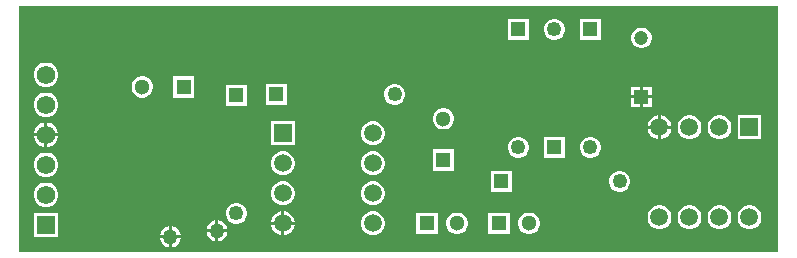
<source format=gbl>
G04*
G04 #@! TF.GenerationSoftware,Altium Limited,Altium Designer,23.11.1 (41)*
G04*
G04 Layer_Physical_Order=2*
G04 Layer_Color=16711680*
%FSLAX25Y25*%
%MOIN*%
G70*
G04*
G04 #@! TF.SameCoordinates,116AF878-A71F-484F-92B7-8D16203D6036*
G04*
G04*
G04 #@! TF.FilePolarity,Positive*
G04*
G01*
G75*
%ADD18C,0.04921*%
%ADD19R,0.04921X0.04921*%
%ADD24R,0.05118X0.05118*%
%ADD25C,0.05118*%
%ADD26R,0.04724X0.04724*%
%ADD27C,0.04724*%
%ADD28R,0.04921X0.04921*%
%ADD30R,0.05118X0.05118*%
%ADD31C,0.06181*%
%ADD32R,0.06181X0.06181*%
%ADD38C,0.05906*%
%ADD39R,0.05906X0.05906*%
%ADD40R,0.05906X0.05906*%
%ADD41C,0.05000*%
G36*
X353000Y100000D02*
X100000D01*
Y182000D01*
X353000D01*
Y100000D01*
D02*
G37*
%LPC*%
G36*
X293961Y177646D02*
X287039D01*
Y170724D01*
X293961D01*
Y177646D01*
D02*
G37*
G36*
X278956D02*
X278044D01*
X277164Y177410D01*
X276375Y176954D01*
X275731Y176310D01*
X275275Y175521D01*
X275039Y174641D01*
Y173729D01*
X275275Y172849D01*
X275731Y172060D01*
X276375Y171416D01*
X277164Y170960D01*
X278044Y170724D01*
X278956D01*
X279836Y170960D01*
X280625Y171416D01*
X281269Y172060D01*
X281725Y172849D01*
X281961Y173729D01*
Y174641D01*
X281725Y175521D01*
X281269Y176310D01*
X280625Y176954D01*
X279836Y177410D01*
X278956Y177646D01*
D02*
G37*
G36*
X269961D02*
X263039D01*
Y170724D01*
X269961D01*
Y177646D01*
D02*
G37*
G36*
X307943Y174705D02*
X307057D01*
X306202Y174476D01*
X305436Y174033D01*
X304810Y173407D01*
X304367Y172640D01*
X304138Y171785D01*
Y170900D01*
X304367Y170045D01*
X304810Y169278D01*
X305436Y168652D01*
X306202Y168209D01*
X307057Y167980D01*
X307943D01*
X308798Y168209D01*
X309564Y168652D01*
X310190Y169278D01*
X310633Y170045D01*
X310862Y170900D01*
Y171785D01*
X310633Y172640D01*
X310190Y173407D01*
X309564Y174033D01*
X308798Y174476D01*
X307943Y174705D01*
D02*
G37*
G36*
X109538Y163091D02*
X108461D01*
X107421Y162812D01*
X106488Y162273D01*
X105727Y161512D01*
X105188Y160579D01*
X104909Y159538D01*
Y158461D01*
X105188Y157421D01*
X105727Y156488D01*
X106488Y155727D01*
X107421Y155188D01*
X108461Y154909D01*
X109538D01*
X110579Y155188D01*
X111512Y155727D01*
X112273Y156488D01*
X112812Y157421D01*
X113091Y158461D01*
Y159538D01*
X112812Y160579D01*
X112273Y161512D01*
X111512Y162273D01*
X110579Y162812D01*
X109538Y163091D01*
D02*
G37*
G36*
X310862Y155020D02*
X308000D01*
Y152157D01*
X310862D01*
Y155020D01*
D02*
G37*
G36*
X307000D02*
X304138D01*
Y152157D01*
X307000D01*
Y155020D01*
D02*
G37*
G36*
X158449Y158559D02*
X151331D01*
Y151441D01*
X158449D01*
Y158559D01*
D02*
G37*
G36*
X141579D02*
X140642D01*
X139736Y158317D01*
X138925Y157848D01*
X138262Y157185D01*
X137794Y156374D01*
X137551Y155469D01*
Y154531D01*
X137794Y153626D01*
X138262Y152815D01*
X138925Y152152D01*
X139736Y151683D01*
X140642Y151441D01*
X141579D01*
X142484Y151683D01*
X143296Y152152D01*
X143958Y152815D01*
X144427Y153626D01*
X144669Y154531D01*
Y155469D01*
X144427Y156374D01*
X143958Y157185D01*
X143296Y157848D01*
X142484Y158317D01*
X141579Y158559D01*
D02*
G37*
G36*
X225641Y155961D02*
X224729D01*
X223849Y155725D01*
X223060Y155269D01*
X222416Y154625D01*
X221960Y153836D01*
X221724Y152956D01*
Y152044D01*
X221960Y151164D01*
X222416Y150375D01*
X223060Y149731D01*
X223849Y149275D01*
X224729Y149039D01*
X225641D01*
X226521Y149275D01*
X227310Y149731D01*
X227954Y150375D01*
X228410Y151164D01*
X228646Y152044D01*
Y152956D01*
X228410Y153836D01*
X227954Y154625D01*
X227310Y155269D01*
X226521Y155725D01*
X225641Y155961D01*
D02*
G37*
G36*
X189276D02*
X182354D01*
Y149039D01*
X189276D01*
Y155961D01*
D02*
G37*
G36*
X175961Y155646D02*
X169039D01*
Y148724D01*
X175961D01*
Y155646D01*
D02*
G37*
G36*
X310862Y151157D02*
X308000D01*
Y148295D01*
X310862D01*
Y151157D01*
D02*
G37*
G36*
X307000D02*
X304138D01*
Y148295D01*
X307000D01*
Y151157D01*
D02*
G37*
G36*
X109538Y153091D02*
X108461D01*
X107421Y152812D01*
X106488Y152273D01*
X105727Y151512D01*
X105188Y150579D01*
X104909Y149539D01*
Y148461D01*
X105188Y147421D01*
X105727Y146488D01*
X106488Y145727D01*
X107421Y145188D01*
X108461Y144909D01*
X109538D01*
X110579Y145188D01*
X111512Y145727D01*
X112273Y146488D01*
X112812Y147421D01*
X113091Y148461D01*
Y149539D01*
X112812Y150579D01*
X112273Y151512D01*
X111512Y152273D01*
X110579Y152812D01*
X109538Y153091D01*
D02*
G37*
G36*
X314020Y145453D02*
X314000D01*
Y142000D01*
X317453D01*
Y142020D01*
X317183Y143026D01*
X316663Y143927D01*
X315927Y144663D01*
X315026Y145183D01*
X314020Y145453D01*
D02*
G37*
G36*
X313000D02*
X312980D01*
X311974Y145183D01*
X311073Y144663D01*
X310337Y143927D01*
X309817Y143026D01*
X309547Y142020D01*
Y142000D01*
X313000D01*
Y145453D01*
D02*
G37*
G36*
X241969Y147949D02*
X241031D01*
X240126Y147706D01*
X239315Y147238D01*
X238652Y146575D01*
X238183Y145764D01*
X237941Y144858D01*
Y143921D01*
X238183Y143016D01*
X238652Y142204D01*
X239315Y141542D01*
X240126Y141073D01*
X241031Y140831D01*
X241969D01*
X242874Y141073D01*
X243685Y141542D01*
X244348Y142204D01*
X244816Y143016D01*
X245059Y143921D01*
Y144858D01*
X244816Y145764D01*
X244348Y146575D01*
X243685Y147238D01*
X242874Y147706D01*
X241969Y147949D01*
D02*
G37*
G36*
X109538Y143091D02*
X109500D01*
Y139500D01*
X113091D01*
Y139539D01*
X112812Y140579D01*
X112273Y141512D01*
X111512Y142273D01*
X110579Y142812D01*
X109538Y143091D01*
D02*
G37*
G36*
X108500D02*
X108461D01*
X107421Y142812D01*
X106488Y142273D01*
X105727Y141512D01*
X105188Y140579D01*
X104909Y139539D01*
Y139500D01*
X108500D01*
Y143091D01*
D02*
G37*
G36*
X347453Y145453D02*
X339547D01*
Y137547D01*
X347453D01*
Y145453D01*
D02*
G37*
G36*
X334020D02*
X332980D01*
X331974Y145183D01*
X331073Y144663D01*
X330337Y143927D01*
X329817Y143026D01*
X329547Y142020D01*
Y140980D01*
X329817Y139974D01*
X330337Y139073D01*
X331073Y138337D01*
X331974Y137817D01*
X332980Y137547D01*
X334020D01*
X335026Y137817D01*
X335927Y138337D01*
X336663Y139073D01*
X337183Y139974D01*
X337453Y140980D01*
Y142020D01*
X337183Y143026D01*
X336663Y143927D01*
X335927Y144663D01*
X335026Y145183D01*
X334020Y145453D01*
D02*
G37*
G36*
X324020D02*
X322980D01*
X321974Y145183D01*
X321073Y144663D01*
X320337Y143927D01*
X319817Y143026D01*
X319547Y142020D01*
Y140980D01*
X319817Y139974D01*
X320337Y139073D01*
X321073Y138337D01*
X321974Y137817D01*
X322980Y137547D01*
X324020D01*
X325026Y137817D01*
X325927Y138337D01*
X326663Y139073D01*
X327183Y139974D01*
X327453Y140980D01*
Y142020D01*
X327183Y143026D01*
X326663Y143927D01*
X325927Y144663D01*
X325026Y145183D01*
X324020Y145453D01*
D02*
G37*
G36*
X317453Y141000D02*
X314000D01*
Y137547D01*
X314020D01*
X315026Y137817D01*
X315927Y138337D01*
X316663Y139073D01*
X317183Y139974D01*
X317453Y140980D01*
Y141000D01*
D02*
G37*
G36*
X313000D02*
X309547D01*
Y140980D01*
X309817Y139974D01*
X310337Y139073D01*
X311073Y138337D01*
X311974Y137817D01*
X312980Y137547D01*
X313000D01*
Y141000D01*
D02*
G37*
G36*
X218520Y143453D02*
X217480D01*
X216474Y143183D01*
X215573Y142663D01*
X214837Y141927D01*
X214317Y141026D01*
X214047Y140020D01*
Y138980D01*
X214317Y137974D01*
X214837Y137073D01*
X215573Y136337D01*
X216474Y135817D01*
X217480Y135547D01*
X218520D01*
X219526Y135817D01*
X220427Y136337D01*
X221163Y137073D01*
X221683Y137974D01*
X221953Y138980D01*
Y140020D01*
X221683Y141026D01*
X221163Y141927D01*
X220427Y142663D01*
X219526Y143183D01*
X218520Y143453D01*
D02*
G37*
G36*
X191953D02*
X184047D01*
Y135547D01*
X191953D01*
Y143453D01*
D02*
G37*
G36*
X113091Y138500D02*
X109500D01*
Y134909D01*
X109538D01*
X110579Y135188D01*
X111512Y135727D01*
X112273Y136488D01*
X112812Y137421D01*
X113091Y138461D01*
Y138500D01*
D02*
G37*
G36*
X108500D02*
X104909D01*
Y138461D01*
X105188Y137421D01*
X105727Y136488D01*
X106488Y135727D01*
X107421Y135188D01*
X108461Y134909D01*
X108500D01*
Y138500D01*
D02*
G37*
G36*
X290956Y138276D02*
X290044D01*
X289164Y138040D01*
X288375Y137584D01*
X287731Y136940D01*
X287275Y136151D01*
X287039Y135271D01*
Y134359D01*
X287275Y133479D01*
X287731Y132690D01*
X288375Y132046D01*
X289164Y131590D01*
X290044Y131354D01*
X290956D01*
X291836Y131590D01*
X292625Y132046D01*
X293269Y132690D01*
X293725Y133479D01*
X293961Y134359D01*
Y135271D01*
X293725Y136151D01*
X293269Y136940D01*
X292625Y137584D01*
X291836Y138040D01*
X290956Y138276D01*
D02*
G37*
G36*
X281961D02*
X275039D01*
Y131354D01*
X281961D01*
Y138276D01*
D02*
G37*
G36*
X266956D02*
X266044D01*
X265164Y138040D01*
X264375Y137584D01*
X263731Y136940D01*
X263275Y136151D01*
X263039Y135271D01*
Y134359D01*
X263275Y133479D01*
X263731Y132690D01*
X264375Y132046D01*
X265164Y131590D01*
X266044Y131354D01*
X266956D01*
X267836Y131590D01*
X268625Y132046D01*
X269269Y132690D01*
X269725Y133479D01*
X269961Y134359D01*
Y135271D01*
X269725Y136151D01*
X269269Y136940D01*
X268625Y137584D01*
X267836Y138040D01*
X266956Y138276D01*
D02*
G37*
G36*
X245059Y134169D02*
X237941D01*
Y127051D01*
X245059D01*
Y134169D01*
D02*
G37*
G36*
X218520Y133453D02*
X217480D01*
X216474Y133183D01*
X215573Y132663D01*
X214837Y131927D01*
X214317Y131026D01*
X214047Y130020D01*
Y128980D01*
X214317Y127974D01*
X214837Y127073D01*
X215573Y126337D01*
X216474Y125817D01*
X217480Y125547D01*
X218520D01*
X219526Y125817D01*
X220427Y126337D01*
X221163Y127073D01*
X221683Y127974D01*
X221953Y128980D01*
Y130020D01*
X221683Y131026D01*
X221163Y131927D01*
X220427Y132663D01*
X219526Y133183D01*
X218520Y133453D01*
D02*
G37*
G36*
X188520D02*
X187480D01*
X186474Y133183D01*
X185573Y132663D01*
X184837Y131927D01*
X184317Y131026D01*
X184047Y130020D01*
Y128980D01*
X184317Y127974D01*
X184837Y127073D01*
X185573Y126337D01*
X186474Y125817D01*
X187480Y125547D01*
X188520D01*
X189526Y125817D01*
X190427Y126337D01*
X191163Y127073D01*
X191683Y127974D01*
X191953Y128980D01*
Y130020D01*
X191683Y131026D01*
X191163Y131927D01*
X190427Y132663D01*
X189526Y133183D01*
X188520Y133453D01*
D02*
G37*
G36*
X109538Y133091D02*
X108461D01*
X107421Y132812D01*
X106488Y132273D01*
X105727Y131512D01*
X105188Y130579D01*
X104909Y129539D01*
Y128462D01*
X105188Y127421D01*
X105727Y126488D01*
X106488Y125727D01*
X107421Y125188D01*
X108461Y124909D01*
X109538D01*
X110579Y125188D01*
X111512Y125727D01*
X112273Y126488D01*
X112812Y127421D01*
X113091Y128462D01*
Y129539D01*
X112812Y130579D01*
X112273Y131512D01*
X111512Y132273D01*
X110579Y132812D01*
X109538Y133091D01*
D02*
G37*
G36*
X300641Y126961D02*
X299729D01*
X298849Y126725D01*
X298060Y126269D01*
X297416Y125625D01*
X296960Y124836D01*
X296724Y123956D01*
Y123044D01*
X296960Y122164D01*
X297416Y121375D01*
X298060Y120731D01*
X298849Y120275D01*
X299729Y120039D01*
X300641D01*
X301521Y120275D01*
X302310Y120731D01*
X302954Y121375D01*
X303410Y122164D01*
X303646Y123044D01*
Y123956D01*
X303410Y124836D01*
X302954Y125625D01*
X302310Y126269D01*
X301521Y126725D01*
X300641Y126961D01*
D02*
G37*
G36*
X264276D02*
X257354D01*
Y120039D01*
X264276D01*
Y126961D01*
D02*
G37*
G36*
X218520Y123453D02*
X217480D01*
X216474Y123183D01*
X215573Y122663D01*
X214837Y121927D01*
X214317Y121026D01*
X214047Y120020D01*
Y118980D01*
X214317Y117974D01*
X214837Y117073D01*
X215573Y116337D01*
X216474Y115817D01*
X217480Y115547D01*
X218520D01*
X219526Y115817D01*
X220427Y116337D01*
X221163Y117073D01*
X221683Y117974D01*
X221953Y118980D01*
Y120020D01*
X221683Y121026D01*
X221163Y121927D01*
X220427Y122663D01*
X219526Y123183D01*
X218520Y123453D01*
D02*
G37*
G36*
X188520D02*
X187480D01*
X186474Y123183D01*
X185573Y122663D01*
X184837Y121927D01*
X184317Y121026D01*
X184047Y120020D01*
Y118980D01*
X184317Y117974D01*
X184837Y117073D01*
X185573Y116337D01*
X186474Y115817D01*
X187480Y115547D01*
X188520D01*
X189526Y115817D01*
X190427Y116337D01*
X191163Y117073D01*
X191683Y117974D01*
X191953Y118980D01*
Y120020D01*
X191683Y121026D01*
X191163Y121927D01*
X190427Y122663D01*
X189526Y123183D01*
X188520Y123453D01*
D02*
G37*
G36*
X109538Y123091D02*
X108461D01*
X107421Y122812D01*
X106488Y122273D01*
X105727Y121512D01*
X105188Y120579D01*
X104909Y119538D01*
Y118462D01*
X105188Y117421D01*
X105727Y116488D01*
X106488Y115727D01*
X107421Y115188D01*
X108461Y114909D01*
X109538D01*
X110579Y115188D01*
X111512Y115727D01*
X112273Y116488D01*
X112812Y117421D01*
X113091Y118462D01*
Y119538D01*
X112812Y120579D01*
X112273Y121512D01*
X111512Y122273D01*
X110579Y122812D01*
X109538Y123091D01*
D02*
G37*
G36*
X188520Y113453D02*
X188500D01*
Y110000D01*
X191953D01*
Y110020D01*
X191683Y111026D01*
X191163Y111927D01*
X190427Y112663D01*
X189526Y113183D01*
X188520Y113453D01*
D02*
G37*
G36*
X187500D02*
X187480D01*
X186474Y113183D01*
X185573Y112663D01*
X184837Y111927D01*
X184317Y111026D01*
X184047Y110020D01*
Y110000D01*
X187500D01*
Y113453D01*
D02*
G37*
G36*
X172956Y116276D02*
X172044D01*
X171164Y116040D01*
X170375Y115584D01*
X169731Y114940D01*
X169275Y114151D01*
X169039Y113271D01*
Y112359D01*
X169275Y111479D01*
X169731Y110690D01*
X170375Y110046D01*
X171164Y109590D01*
X172044Y109354D01*
X172956D01*
X173836Y109590D01*
X174625Y110046D01*
X175269Y110690D01*
X175725Y111479D01*
X175961Y112359D01*
Y113271D01*
X175725Y114151D01*
X175269Y114940D01*
X174625Y115584D01*
X173836Y116040D01*
X172956Y116276D01*
D02*
G37*
G36*
X344020Y115453D02*
X342980D01*
X341974Y115183D01*
X341073Y114663D01*
X340337Y113927D01*
X339817Y113026D01*
X339547Y112020D01*
Y110980D01*
X339817Y109974D01*
X340337Y109073D01*
X341073Y108337D01*
X341974Y107817D01*
X342980Y107547D01*
X344020D01*
X345026Y107817D01*
X345927Y108337D01*
X346663Y109073D01*
X347183Y109974D01*
X347453Y110980D01*
Y112020D01*
X347183Y113026D01*
X346663Y113927D01*
X345927Y114663D01*
X345026Y115183D01*
X344020Y115453D01*
D02*
G37*
G36*
X334020D02*
X332980D01*
X331974Y115183D01*
X331073Y114663D01*
X330337Y113927D01*
X329817Y113026D01*
X329547Y112020D01*
Y110980D01*
X329817Y109974D01*
X330337Y109073D01*
X331073Y108337D01*
X331974Y107817D01*
X332980Y107547D01*
X334020D01*
X335026Y107817D01*
X335927Y108337D01*
X336663Y109073D01*
X337183Y109974D01*
X337453Y110980D01*
Y112020D01*
X337183Y113026D01*
X336663Y113927D01*
X335927Y114663D01*
X335026Y115183D01*
X334020Y115453D01*
D02*
G37*
G36*
X324020D02*
X322980D01*
X321974Y115183D01*
X321073Y114663D01*
X320337Y113927D01*
X319817Y113026D01*
X319547Y112020D01*
Y110980D01*
X319817Y109974D01*
X320337Y109073D01*
X321073Y108337D01*
X321974Y107817D01*
X322980Y107547D01*
X324020D01*
X325026Y107817D01*
X325927Y108337D01*
X326663Y109073D01*
X327183Y109974D01*
X327453Y110980D01*
Y112020D01*
X327183Y113026D01*
X326663Y113927D01*
X325927Y114663D01*
X325026Y115183D01*
X324020Y115453D01*
D02*
G37*
G36*
X314020D02*
X312980D01*
X311974Y115183D01*
X311073Y114663D01*
X310337Y113927D01*
X309817Y113026D01*
X309547Y112020D01*
Y110980D01*
X309817Y109974D01*
X310337Y109073D01*
X311073Y108337D01*
X311974Y107817D01*
X312980Y107547D01*
X314020D01*
X315026Y107817D01*
X315927Y108337D01*
X316663Y109073D01*
X317183Y109974D01*
X317453Y110980D01*
Y112020D01*
X317183Y113026D01*
X316663Y113927D01*
X315927Y114663D01*
X315026Y115183D01*
X314020Y115453D01*
D02*
G37*
G36*
X166500Y110489D02*
Y107500D01*
X169490D01*
X169262Y108351D01*
X168801Y109149D01*
X168149Y109801D01*
X167351Y110261D01*
X166500Y110489D01*
D02*
G37*
G36*
X165500D02*
X164649Y110261D01*
X163851Y109801D01*
X163199Y109149D01*
X162739Y108351D01*
X162511Y107500D01*
X165500D01*
Y110489D01*
D02*
G37*
G36*
X270469Y113059D02*
X269531D01*
X268626Y112817D01*
X267815Y112348D01*
X267152Y111685D01*
X266684Y110874D01*
X266441Y109969D01*
Y109031D01*
X266684Y108126D01*
X267152Y107315D01*
X267815Y106652D01*
X268626Y106184D01*
X269531Y105941D01*
X270469D01*
X271374Y106184D01*
X272185Y106652D01*
X272848Y107315D01*
X273317Y108126D01*
X273559Y109031D01*
Y109969D01*
X273317Y110874D01*
X272848Y111685D01*
X272185Y112348D01*
X271374Y112817D01*
X270469Y113059D01*
D02*
G37*
G36*
X263559D02*
X256441D01*
Y105941D01*
X263559D01*
Y113059D01*
D02*
G37*
G36*
X246469D02*
X245531D01*
X244626Y112817D01*
X243815Y112348D01*
X243152Y111685D01*
X242684Y110874D01*
X242441Y109969D01*
Y109031D01*
X242684Y108126D01*
X243152Y107315D01*
X243815Y106652D01*
X244626Y106184D01*
X245531Y105941D01*
X246469D01*
X247374Y106184D01*
X248185Y106652D01*
X248848Y107315D01*
X249317Y108126D01*
X249559Y109031D01*
Y109969D01*
X249317Y110874D01*
X248848Y111685D01*
X248185Y112348D01*
X247374Y112817D01*
X246469Y113059D01*
D02*
G37*
G36*
X239559D02*
X232441D01*
Y105941D01*
X239559D01*
Y113059D01*
D02*
G37*
G36*
X218520Y113453D02*
X217480D01*
X216474Y113183D01*
X215573Y112663D01*
X214837Y111927D01*
X214317Y111026D01*
X214047Y110020D01*
Y108980D01*
X214317Y107974D01*
X214837Y107073D01*
X215573Y106337D01*
X216474Y105817D01*
X217480Y105547D01*
X218520D01*
X219526Y105817D01*
X220427Y106337D01*
X221163Y107073D01*
X221683Y107974D01*
X221953Y108980D01*
Y110020D01*
X221683Y111026D01*
X221163Y111927D01*
X220427Y112663D01*
X219526Y113183D01*
X218520Y113453D01*
D02*
G37*
G36*
X191953Y109000D02*
X188500D01*
Y105547D01*
X188520D01*
X189526Y105817D01*
X190427Y106337D01*
X191163Y107073D01*
X191683Y107974D01*
X191953Y108980D01*
Y109000D01*
D02*
G37*
G36*
X187500D02*
X184047D01*
Y108980D01*
X184317Y107974D01*
X184837Y107073D01*
X185573Y106337D01*
X186474Y105817D01*
X187480Y105547D01*
X187500D01*
Y109000D01*
D02*
G37*
G36*
X151000Y108490D02*
Y105500D01*
X153990D01*
X153761Y106351D01*
X153301Y107149D01*
X152649Y107801D01*
X151851Y108262D01*
X151000Y108490D01*
D02*
G37*
G36*
X150000D02*
X149149Y108262D01*
X148351Y107801D01*
X147699Y107149D01*
X147239Y106351D01*
X147011Y105500D01*
X150000D01*
Y108490D01*
D02*
G37*
G36*
X113091Y113091D02*
X104909D01*
Y104909D01*
X113091D01*
Y113091D01*
D02*
G37*
G36*
X169490Y106500D02*
X166500D01*
Y103510D01*
X167351Y103738D01*
X168149Y104199D01*
X168801Y104851D01*
X169262Y105649D01*
X169490Y106500D01*
D02*
G37*
G36*
X165500D02*
X162511D01*
X162739Y105649D01*
X163199Y104851D01*
X163851Y104199D01*
X164649Y103738D01*
X165500Y103510D01*
Y106500D01*
D02*
G37*
G36*
X153990Y104500D02*
X151000D01*
Y101511D01*
X151851Y101739D01*
X152649Y102199D01*
X153301Y102851D01*
X153761Y103649D01*
X153990Y104500D01*
D02*
G37*
G36*
X150000D02*
X147011D01*
X147239Y103649D01*
X147699Y102851D01*
X148351Y102199D01*
X149149Y101739D01*
X150000Y101511D01*
Y104500D01*
D02*
G37*
%LPD*%
D18*
X290500Y134815D02*
D03*
X266500D02*
D03*
X278500Y174185D02*
D03*
X300185Y123500D02*
D03*
X225185Y152500D02*
D03*
X172500Y112815D02*
D03*
D19*
X290500Y174185D02*
D03*
X266500D02*
D03*
X278500Y134815D02*
D03*
X172500Y152185D02*
D03*
D24*
X241500Y130610D02*
D03*
D25*
X270000Y109500D02*
D03*
X241500Y144390D02*
D03*
X246000Y109500D02*
D03*
X141110Y155000D02*
D03*
D26*
X307500Y151657D02*
D03*
D27*
Y171343D02*
D03*
D28*
X260815Y123500D02*
D03*
X185815Y152500D02*
D03*
D30*
X260000Y109500D02*
D03*
X236000D02*
D03*
X154890Y155000D02*
D03*
D31*
X109000Y159000D02*
D03*
Y149000D02*
D03*
Y139000D02*
D03*
Y129000D02*
D03*
Y119000D02*
D03*
D32*
Y109000D02*
D03*
D38*
X313500Y111500D02*
D03*
X323500D02*
D03*
X333500D02*
D03*
X343500D02*
D03*
X313500Y141500D02*
D03*
X323500D02*
D03*
X333500D02*
D03*
X188000Y129500D02*
D03*
Y119500D02*
D03*
Y109500D02*
D03*
X218000Y139500D02*
D03*
Y129500D02*
D03*
Y119500D02*
D03*
Y109500D02*
D03*
D39*
X343500Y141500D02*
D03*
D40*
X188000Y139500D02*
D03*
D41*
X150500Y105000D02*
D03*
X166000Y107000D02*
D03*
M02*

</source>
